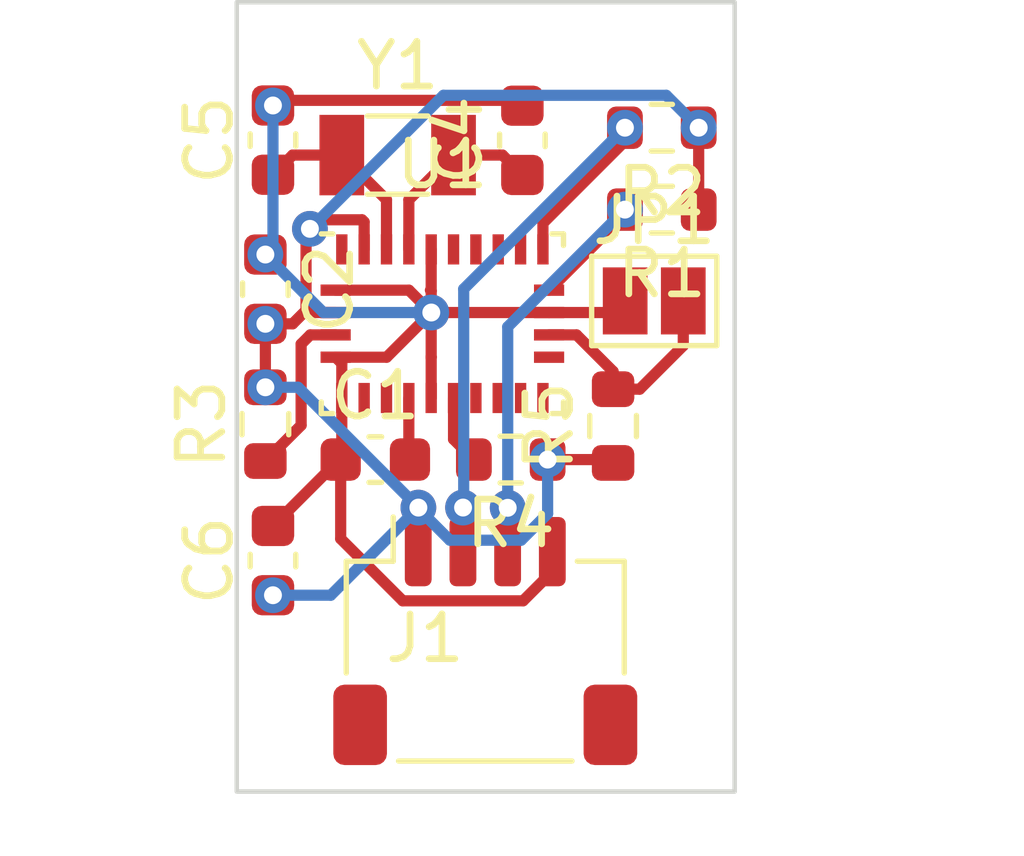
<source format=kicad_pcb>
(kicad_pcb (version 20221018) (generator pcbnew)
  (layers (0 "F.Cu" signal) (31 "B.Cu" signal) (34 "B.Paste" user) (35 "F.Paste" user) (36 "B.SilkS" user "B.Silkscreen") (37 "F.SilkS" user "F.Silkscreen") (38 "B.Mask" user) (39 "F.Mask" user) (44 "Edge.Cuts" user))
  (net 0 "")
  (net 12 "GND")
  (net 13 "Net-(U1-CAP)")
  (net 14 "+3V3")
  (net 15 "INT")
  (net 16 "SDO")
  (net 17 "SCL")
  (net 18 "SDA")
  (net 19 "Net-(U1-BOOTN)")
  (net 20 "Net-(U1-NRST)")
  (net 21 "Net-(U1-CLKSEL1{slash}XOUT32)")
  (net 22 "Net-(U1-XIN32)")
  (footprint "Capacitor_SMD:C_0603_1608Metric" (layer "F.Cu") (at 97.32 106.4325)
    (fp_text reference "C1" (at 0 -1.43) (layer "F.SilkS"))
    (fp_text value "100n")
    (fp_line (start -0.14058 -0.51) (end 0.14058 -0.51) (stroke (width 0.12)) (layer "F.SilkS"))
    (fp_line (start -0.14058 0.51) (end 0.14058 0.51) (stroke (width 0.12)) (layer "F.SilkS"))
    (pad "1" smd roundrect (at -0.775 0) (size 0.9 0.95) (layers "F.Cu" "F.Paste" "F.Mask") (net 12 "GND"))
    (pad "2" smd roundrect (at 0.775 0) (size 0.9 0.95) (layers "F.Cu" "F.Paste" "F.Mask") (net 13 "Net-(U1-CAP)"))
  )
  (footprint "Crystal:Crystal_SMD_3215-2Pin_3.2x1.5mm" (layer "F.Cu") (at 97.82 99.62)
    (fp_text reference "Y1" (at 0 -2) (layer "F.SilkS"))
    (fp_text value "32.768kHz")
    (fp_line (start -0.675 -0.875) (end 0.675 -0.875) (stroke (width 0.12)) (layer "F.SilkS"))
    (fp_line (start -0.675 0.875) (end 0.675 0.875) (stroke (width 0.12)) (layer "F.SilkS"))
    (pad "1" smd rect (at 1.25 0) (size 1 1.8) (layers "F.Cu" "F.Paste" "F.Mask") (net 21 "Net-(U1-CLKSEL1{slash}XOUT32)"))
    (pad "2" smd rect (at -1.25 0) (size 1 1.8) (layers "F.Cu" "F.Paste" "F.Mask") (net 22 "Net-(U1-XIN32)"))
  )
  (footprint "Resistor_SMD:R_0603_1608Metric" (layer "F.Cu") (at 102.64 105.6825 90)
    (fp_text reference "R5" (at 0 -1.43 90) (layer "F.SilkS"))
    (fp_text value "10k")
    (fp_line (start -0.237258 -0.5225) (end 0.237258 -0.5225) (stroke (width 0.12)) (layer "F.SilkS"))
    (fp_line (start -0.237258 0.5225) (end 0.237258 0.5225) (stroke (width 0.12)) (layer "F.SilkS"))
    (pad "1" smd roundrect (at -0.825 0 90) (size 0.8 0.95) (layers "F.Cu" "F.Paste" "F.Mask") (net 14 "+3V3"))
    (pad "2" smd roundrect (at 0.825 0 90) (size 0.8 0.95) (layers "F.Cu" "F.Paste" "F.Mask") (net 16 "SDO"))
  )
  (footprint "Jumper:SolderJumper-2_P1.3mm_Open_Pad1.0x1.5mm" (layer "F.Cu") (at 103.56 102.8825)
    (fp_text reference "JP1" (at 0 -1.8) (layer "F.SilkS"))
    (fp_text value "SolderJumper_2_Open")
    (fp_line (start -1.4 -1) (end 1.4 -1) (stroke (width 0.12)) (layer "F.SilkS"))
    (fp_line (start -1.4 1) (end -1.4 -1) (stroke (width 0.12)) (layer "F.SilkS"))
    (fp_line (start 1.4 -1) (end 1.4 1) (stroke (width 0.12)) (layer "F.SilkS"))
    (fp_line (start 1.4 1) (end -1.4 1) (stroke (width 0.12)) (layer "F.SilkS"))
    (pad "1" smd rect (at -0.65 0) (size 1 1.5) (layers "F.Cu" "F.Mask") (net 12 "GND"))
    (pad "2" smd rect (at 0.65 0) (size 1 1.5) (layers "F.Cu" "F.Mask") (net 16 "SDO"))
  )
  (footprint "Connector_JST:JST_SH_SM04B-SRSS-TB_1x04-1MP_P1.00mm_Horizontal" (layer "F.Cu") (at 99.78 110.4925)
    (fp_text reference "J1" (at -1.35 -0.06) (layer "F.SilkS"))
    (fp_text value "Conn_01x04_Pin")
    (fp_line (start -3.11 -1.785) (end -2.06 -1.785) (stroke (width 0.12)) (layer "F.SilkS"))
    (fp_line (start -3.11 0.715) (end -3.11 -1.785) (stroke (width 0.12)) (layer "F.SilkS"))
    (fp_line (start -2.06 -1.785) (end -2.06 -2.775) (stroke (width 0.12)) (layer "F.SilkS"))
    (fp_line (start -1.94 2.685) (end 1.94 2.685) (stroke (width 0.12)) (layer "F.SilkS"))
    (fp_line (start 3.11 -1.785) (end 2.06 -1.785) (stroke (width 0.12)) (layer "F.SilkS"))
    (fp_line (start 3.11 0.715) (end 3.11 -1.785) (stroke (width 0.12)) (layer "F.SilkS"))
    (pad "1" smd roundrect (at -1.5 -2) (size 0.6 1.55) (layers "F.Cu" "F.Paste" "F.Mask") (net 14 "+3V3"))
    (pad "2" smd roundrect (at -0.5 -2) (size 0.6 1.55) (layers "F.Cu" "F.Paste" "F.Mask") (net 18 "SDA"))
    (pad "3" smd roundrect (at 0.5 -2) (size 0.6 1.55) (layers "F.Cu" "F.Paste" "F.Mask") (net 17 "SCL"))
    (pad "4" smd roundrect (at 1.5 -2) (size 0.6 1.55) (layers "F.Cu" "F.Paste" "F.Mask") (net 12 "GND"))
    (pad "MP" smd roundrect (at -2.8 1.875) (size 1.2 1.8) (layers "F.Cu" "F.Paste" "F.Mask") (roundrect_rratio 0.208333))
    (pad "MP" smd roundrect (at 2.8 1.875) (size 1.2 1.8) (layers "F.Cu" "F.Paste" "F.Mask") (roundrect_rratio 0.208333))
  )
  (footprint "Resistor_SMD:R_0603_1608Metric" (layer "F.Cu") (at 94.86 105.64 90)
    (fp_text reference "R3" (at 0 -1.43 90) (layer "F.SilkS"))
    (fp_text value "10k")
    (fp_line (start -0.237258 -0.5225) (end 0.237258 -0.5225) (stroke (width 0.12)) (layer "F.SilkS"))
    (fp_line (start -0.237258 0.5225) (end 0.237258 0.5225) (stroke (width 0.12)) (layer "F.SilkS"))
    (pad "1" smd roundrect (at -0.825 0 90) (size 0.8 0.95) (layers "F.Cu" "F.Paste" "F.Mask") (net 19 "Net-(U1-BOOTN)"))
    (pad "2" smd roundrect (at 0.825 0 90) (size 0.8 0.95) (layers "F.Cu" "F.Paste" "F.Mask") (net 14 "+3V3"))
  )
  (footprint "Capacitor_SMD:C_0603_1608Metric" (layer "F.Cu") (at 94.86 102.62 -90)
    (fp_text reference "C2" (at 0 -1.43 90) (layer "F.SilkS"))
    (fp_text value "100n")
    (fp_line (start -0.14058 -0.51) (end 0.14058 -0.51) (stroke (width 0.12)) (layer "F.SilkS"))
    (fp_line (start -0.14058 0.51) (end 0.14058 0.51) (stroke (width 0.12)) (layer "F.SilkS"))
    (pad "1" smd roundrect (at -0.775 0 270) (size 0.9 0.95) (layers "F.Cu" "F.Paste" "F.Mask") (net 12 "GND"))
    (pad "2" smd roundrect (at 0.775 0 270) (size 0.9 0.95) (layers "F.Cu" "F.Paste" "F.Mask") (net 14 "+3V3"))
  )
  (footprint "Capacitor_SMD:C_0603_1608Metric" (layer "F.Cu") (at 100.61 99.29 90)
    (fp_text reference "C4" (at 0 -1.43 90) (layer "F.SilkS"))
    (fp_text value "22p")
    (fp_line (start -0.14058 -0.51) (end 0.14058 -0.51) (stroke (width 0.12)) (layer "F.SilkS"))
    (fp_line (start -0.14058 0.51) (end 0.14058 0.51) (stroke (width 0.12)) (layer "F.SilkS"))
    (pad "1" smd roundrect (at -0.775 0 90) (size 0.9 0.95) (layers "F.Cu" "F.Paste" "F.Mask") (net 21 "Net-(U1-CLKSEL1{slash}XOUT32)"))
    (pad "2" smd roundrect (at 0.775 0 90) (size 0.9 0.95) (layers "F.Cu" "F.Paste" "F.Mask") (net 12 "GND"))
  )
  (footprint "Capacitor_SMD:C_0603_1608Metric" (layer "F.Cu") (at 95.03 99.285 90)
    (fp_text reference "C5" (at 0 -1.43 90) (layer "F.SilkS"))
    (fp_text value "22p")
    (fp_line (start -0.14058 -0.51) (end 0.14058 -0.51) (stroke (width 0.12)) (layer "F.SilkS"))
    (fp_line (start -0.14058 0.51) (end 0.14058 0.51) (stroke (width 0.12)) (layer "F.SilkS"))
    (pad "1" smd roundrect (at -0.775 0 90) (size 0.9 0.95) (layers "F.Cu" "F.Paste" "F.Mask") (net 22 "Net-(U1-XIN32)"))
    (pad "2" smd roundrect (at 0.775 0 90) (size 0.9 0.95) (layers "F.Cu" "F.Paste" "F.Mask") (net 12 "GND"))
  )
  (footprint "Capacitor_SMD:C_0603_1608Metric" (layer "F.Cu") (at 95.03 108.6925 90)
    (fp_text reference "C6" (at 0 -1.43 90) (layer "F.SilkS"))
    (fp_text value "100n")
    (fp_line (start -0.14058 -0.51) (end 0.14058 -0.51) (stroke (width 0.12)) (layer "F.SilkS"))
    (fp_line (start -0.14058 0.51) (end 0.14058 0.51) (stroke (width 0.12)) (layer "F.SilkS"))
    (pad "1" smd roundrect (at -0.775 0 90) (size 0.9 0.95) (layers "F.Cu" "F.Paste" "F.Mask") (net 14 "+3V3"))
    (pad "2" smd roundrect (at 0.775 0 90) (size 0.9 0.95) (layers "F.Cu" "F.Paste" "F.Mask") (net 12 "GND"))
  )
  (footprint "Resistor_SMD:R_0603_1608Metric" (layer "F.Cu") (at 100.35 106.4325 180)
    (fp_text reference "R4" (at 0 -1.43) (layer "F.SilkS"))
    (fp_text value "10k")
    (fp_line (start -0.237258 -0.5225) (end 0.237258 -0.5225) (stroke (width 0.12)) (layer "F.SilkS"))
    (fp_line (start -0.237258 0.5225) (end 0.237258 0.5225) (stroke (width 0.12)) (layer "F.SilkS"))
    (pad "1" smd roundrect (at -0.825 0 180) (size 0.8 0.95) (layers "F.Cu" "F.Paste" "F.Mask") (net 14 "+3V3"))
    (pad "2" smd roundrect (at 0.825 0 180) (size 0.8 0.95) (layers "F.Cu" "F.Paste" "F.Mask") (net 20 "Net-(U1-NRST)"))
  )
  (footprint "Resistor_SMD:R_0603_1608Metric" (layer "F.Cu") (at 103.73 99.0075 180)
    (fp_text reference "R2" (at 0 -1.43) (layer "F.SilkS"))
    (fp_text value "2k2")
    (fp_line (start -0.237258 -0.5225) (end 0.237258 -0.5225) (stroke (width 0.12)) (layer "F.SilkS"))
    (fp_line (start -0.237258 0.5225) (end 0.237258 0.5225) (stroke (width 0.12)) (layer "F.SilkS"))
    (pad "1" smd roundrect (at -0.825 0 180) (size 0.8 0.95) (layers "F.Cu" "F.Paste" "F.Mask") (net 14 "+3V3"))
    (pad "2" smd roundrect (at 0.825 0 180) (size 0.8 0.95) (layers "F.Cu" "F.Paste" "F.Mask") (net 18 "SDA"))
  )
  (footprint "Resistor_SMD:R_0603_1608Metric" (layer "F.Cu") (at 103.73 100.84 180)
    (fp_text reference "R1" (at 0 -1.43) (layer "F.SilkS"))
    (fp_text value "2k2")
    (fp_line (start -0.237258 -0.5225) (end 0.237258 -0.5225) (stroke (width 0.12)) (layer "F.SilkS"))
    (fp_line (start -0.237258 0.5225) (end 0.237258 0.5225) (stroke (width 0.12)) (layer "F.SilkS"))
    (pad "1" smd roundrect (at -0.825 0 180) (size 0.8 0.95) (layers "F.Cu" "F.Paste" "F.Mask") (net 14 "+3V3"))
    (pad "2" smd roundrect (at 0.825 0 180) (size 0.8 0.95) (layers "F.Cu" "F.Paste" "F.Mask") (net 17 "SCL"))
  )
  (footprint "Package_LGA:LGA-28_5.2x3.8mm_P0.5mm" (layer "F.Cu") (at 98.82 103.3925)
    (fp_text reference "U1" (at 0 -3.5625) (layer "F.SilkS"))
    (fp_text value "~")
    (fp_line (start -2.71 -2.01) (end -2.45 -2.01) (stroke (width 0.12)) (layer "F.SilkS"))
    (fp_line (start -2.71 2.01) (end -2.71 1.75) (stroke (width 0.12)) (layer "F.SilkS"))
    (fp_line (start -2.71 2.01) (end -2.45 2.01) (stroke (width 0.12)) (layer "F.SilkS"))
    (fp_line (start 2.71 -2.01) (end 2.45 -2.01) (stroke (width 0.12)) (layer "F.SilkS"))
    (fp_line (start 2.71 -2.01) (end 2.71 -1.75) (stroke (width 0.12)) (layer "F.SilkS"))
    (fp_line (start 2.71 2.01) (end 2.45 2.01) (stroke (width 0.12)) (layer "F.SilkS"))
    (fp_line (start 2.71 2.01) (end 2.71 1.75) (stroke (width 0.12)) (layer "F.SilkS"))
    (pad "1" smd rect (at -2.25 -1.6625) (size 0.254 0.675) (layers "F.Cu" "F.Paste" "F.Mask"))
    (pad "2" smd rect (at -2.3875 -0.75 90) (size 0.254 0.675) (layers "F.Cu" "F.Paste" "F.Mask") (net 12 "GND"))
    (pad "3" smd rect (at -2.3875 -0.25 90) (size 0.254 0.675) (layers "F.Cu" "F.Paste" "F.Mask") (net 14 "+3V3"))
    (pad "4" smd rect (at -2.3875 0.25 90) (size 0.254 0.675) (layers "F.Cu" "F.Paste" "F.Mask") (net 19 "Net-(U1-BOOTN)"))
    (pad "5" smd rect (at -2.3875 0.75 90) (size 0.254 0.675) (layers "F.Cu" "F.Paste" "F.Mask") (net 12 "GND"))
    (pad "6" smd rect (at -2.25 1.6625) (size 0.254 0.675) (layers "F.Cu" "F.Paste" "F.Mask") (net 12 "GND"))
    (pad "7" smd rect (at -1.75 1.6625) (size 0.254 0.675) (layers "F.Cu" "F.Paste" "F.Mask"))
    (pad "8" smd rect (at -1.25 1.6625) (size 0.254 0.675) (layers "F.Cu" "F.Paste" "F.Mask"))
    (pad "9" smd rect (at -0.75 1.6625) (size 0.254 0.675) (layers "F.Cu" "F.Paste" "F.Mask") (net 13 "Net-(U1-CAP)"))
    (pad "10" smd rect (at -0.25 1.6625) (size 0.254 0.675) (layers "F.Cu" "F.Paste" "F.Mask") (net 12 "GND"))
    (pad "11" smd rect (at 0.25 1.6625) (size 0.254 0.675) (layers "F.Cu" "F.Paste" "F.Mask") (net 20 "Net-(U1-NRST)"))
    (pad "12" smd rect (at 0.75 1.6625) (size 0.254 0.675) (layers "F.Cu" "F.Paste" "F.Mask"))
    (pad "13" smd rect (at 1.25 1.6625) (size 0.254 0.675) (layers "F.Cu" "F.Paste" "F.Mask"))
    (pad "14" smd rect (at 1.75 1.6625) (size 0.254 0.675) (layers "F.Cu" "F.Paste" "F.Mask") (net 15 "INT"))
    (pad "15" smd rect (at 2.25 1.6625) (size 0.254 0.675) (layers "F.Cu" "F.Paste" "F.Mask"))
    (pad "16" smd rect (at 2.3875 0.75 90) (size 0.254 0.675) (layers "F.Cu" "F.Paste" "F.Mask"))
    (pad "17" smd rect (at 2.3875 0.25 90) (size 0.254 0.675) (layers "F.Cu" "F.Paste" "F.Mask") (net 16 "SDO"))
    (pad "18" smd rect (at 2.3875 -0.25 90) (size 0.254 0.675) (layers "F.Cu" "F.Paste" "F.Mask") (net 12 "GND"))
    (pad "19" smd rect (at 2.3875 -0.75 90) (size 0.254 0.675) (layers "F.Cu" "F.Paste" "F.Mask") (net 17 "SCL"))
    (pad "20" smd rect (at 2.25 -1.6625) (size 0.254 0.675) (layers "F.Cu" "F.Paste" "F.Mask") (net 18 "SDA"))
    (pad "21" smd rect (at 1.75 -1.6625) (size 0.254 0.675) (layers "F.Cu" "F.Paste" "F.Mask"))
    (pad "22" smd rect (at 1.25 -1.6625) (size 0.254 0.675) (layers "F.Cu" "F.Paste" "F.Mask"))
    (pad "23" smd rect (at 0.75 -1.6625) (size 0.254 0.675) (layers "F.Cu" "F.Paste" "F.Mask"))
    (pad "24" smd rect (at 0.25 -1.6625) (size 0.254 0.675) (layers "F.Cu" "F.Paste" "F.Mask"))
    (pad "25" smd rect (at -0.25 -1.6625) (size 0.254 0.675) (layers "F.Cu" "F.Paste" "F.Mask") (net 12 "GND"))
    (pad "26" smd rect (at -0.75 -1.6625) (size 0.254 0.675) (layers "F.Cu" "F.Paste" "F.Mask") (net 21 "Net-(U1-CLKSEL1{slash}XOUT32)"))
    (pad "27" smd rect (at -1.25 -1.6625) (size 0.254 0.675) (layers "F.Cu" "F.Paste" "F.Mask") (net 22 "Net-(U1-XIN32)"))
    (pad "28" smd rect (at -1.75 -1.6625) (size 0.254 0.675) (layers "F.Cu" "F.Paste" "F.Mask") (net 14 "+3V3"))
  )
  (gr_rect (start 94.22 96.2) (end 105.36 113.86) (stroke (width 0.1)) (fill none) (layer "Edge.Cuts"))
  (segment (start 101.28 108.939251) (end 100.626751 109.5925) (width 0.25) (layer "F.Cu") (net 12))
  (segment (start 96.4325 102.6425) (end 98.0725 102.6425) (width 0.25) (layer "F.Cu") (net 12))
  (segment (start 101.28 108.4925) (end 101.28 108.939251) (width 0.25) (layer "F.Cu") (net 12))
  (segment (start 96.57 105.055) (end 96.57 104.28) (width 0.25) (layer "F.Cu") (net 12))
  (segment (start 98.5675 104.1425) (end 98.57 104.14) (width 0.25) (layer "F.Cu") (net 12))
  (segment (start 96.545 106.4325) (end 96.515 106.4325) (width 0.25) (layer "F.Cu") (net 12))
  (segment (start 97.933249 109.5925) (end 96.545 108.204251) (width 0.25) (layer "F.Cu") (net 12))
  (segment (start 96.515 106.4325) (end 95.03 107.9175) (width 0.25) (layer "F.Cu") (net 12))
  (segment (start 98.57 101.73) (end 98.57 102.66) (width 0.25) (layer "F.Cu") (net 12))
  (segment (start 102.65 103.1425) (end 101.2075 103.1425) (width 0.25) (layer "F.Cu") (net 12))
  (segment (start 96.57 105.055) (end 96.57 106.4075) (width 0.25) (layer "F.Cu") (net 12))
  (segment (start 96.545 108.204251) (end 96.545 106.4325) (width 0.25) (layer "F.Cu") (net 12))
  (segment (start 96.57 104.28) (end 96.4325 104.1425) (width 0.25) (layer "F.Cu") (net 12))
  (segment (start 98.5525 102.6425) (end 98.57 102.66) (width 0.25) (layer "F.Cu") (net 12))
  (segment (start 98.57 103.14) (end 98.57 104.14) (width 0.25) (layer "F.Cu") (net 12))
  (segment (start 96.57 106.4075) (end 96.545 106.4325) (width 0.25) (layer "F.Cu") (net 12))
  (segment (start 97.5725 104.1425) (end 96.4325 104.1425) (width 0.25) (layer "F.Cu") (net 12))
  (segment (start 102.91 102.8825) (end 102.65 103.1425) (width 0.25) (layer "F.Cu") (net 12))
  (segment (start 98.0725 102.6425) (end 98.5725 103.1425) (width 0.25) (layer "F.Cu") (net 12))
  (segment (start 95.145 98.395) (end 95.03 98.51) (width 0.25) (layer "F.Cu") (net 12))
  (segment (start 98.5725 103.1425) (end 98.57 103.14) (width 0.25) (layer "F.Cu") (net 12))
  (segment (start 98.5725 103.1425) (end 97.5725 104.1425) (width 0.25) (layer "F.Cu") (net 12))
  (segment (start 100.49 98.395) (end 95.145 98.395) (width 0.25) (layer "F.Cu") (net 12))
  (segment (start 98.57 104.14) (end 98.57 105.055) (width 0.25) (layer "F.Cu") (net 12))
  (segment (start 101.2075 103.1425) (end 98.5725 103.1425) (width 0.25) (layer "F.Cu") (net 12))
  (segment (start 98.57 102.66) (end 98.57 103.14) (width 0.25) (layer "F.Cu") (net 12))
  (segment (start 100.626751 109.5925) (end 97.933249 109.5925) (width 0.25) (layer "F.Cu") (net 12))
  (segment (start 100.61 98.515) (end 100.49 98.395) (width 0.25) (layer "F.Cu") (net 12))
  (via (at 94.86 101.845) (size 0.8) (drill 0.4) (layers "F.Cu" "B.Cu") (net 12))
  (via (at 98.5725 103.1425) (size 0.8) (drill 0.4) (layers "F.Cu" "B.Cu") (net 12))
  (via (at 95.03 98.51) (size 0.8) (drill 0.4) (layers "F.Cu" "B.Cu") (net 12))
  (segment (start 95.03 98.51) (end 95.03 101.675) (width 0.25) (layer "B.Cu") (net 12))
  (segment (start 95.03 101.675) (end 94.86 101.845) (width 0.25) (layer "B.Cu") (net 12))
  (segment (start 95.04 98.52) (end 95.03 98.51) (width 0.25) (layer "B.Cu") (net 12))
  (segment (start 94.86 101.845) (end 96.1575 103.1425) (width 0.25) (layer "B.Cu") (net 12))
  (segment (start 96.1575 103.1425) (end 98.5725 103.1425) (width 0.25) (layer "B.Cu") (net 12))
  (segment (start 98.07 105.055) (end 98.07 106.4075) (width 0.25) (layer "F.Cu") (net 13))
  (segment (start 98.07 106.4075) (end 98.095 106.4325) (width 0.25) (layer "F.Cu") (net 13))
  (segment (start 97.07 101.73) (end 97.07 101.1155) (width 0.25) (layer "F.Cu") (net 14))
  (segment (start 96.118 101.0675) (end 95.77 101.4155) (width 0.25) (layer "F.Cu") (net 14))
  (segment (start 98.28 108.4925) (end 98.28 107.510352) (width 0.25) (layer "F.Cu") (net 14))
  (segment (start 101.175 106.4325) (end 102.565 106.4325) (width 0.25) (layer "F.Cu") (net 14))
  (segment (start 95.77 101.4155) (end 95.77 103.0945) (width 0.25) (layer "F.Cu") (net 14))
  (segment (start 104.555 99.0075) (end 104.555 100.5275) (width 0.25) (layer "F.Cu") (net 14))
  (segment (start 94.86 104.815) (end 94.86 103.395) (width 0.25) (layer "F.Cu") (net 14))
  (segment (start 104.555 98.803642) (end 104.555 99.0075) (width 0.25) (layer "F.Cu") (net 14))
  (segment (start 95.77 103.0945) (end 95.818 103.1425) (width 0.25) (layer "F.Cu") (net 14))
  (segment (start 94.86 103.395) (end 95.4695 103.395) (width 0.25) (layer "F.Cu") (net 14))
  (segment (start 98.28 107.510352) (end 98.283352 107.507) (width 0.25) (layer "F.Cu") (net 14))
  (segment (start 102.565 106.4325) (end 102.64 106.5075) (width 0.25) (layer "F.Cu") (net 14))
  (segment (start 97.07 101.1155) (end 97.022 101.0675) (width 0.25) (layer "F.Cu") (net 14))
  (segment (start 97.022 101.0675) (end 96.118 101.0675) (width 0.25) (layer "F.Cu") (net 14))
  (segment (start 95.4695 103.395) (end 95.77 103.0945) (width 0.25) (layer "F.Cu") (net 14))
  (segment (start 95.818 103.1425) (end 96.4325 103.1425) (width 0.25) (layer "F.Cu") (net 14))
  (via (at 94.86 104.815) (size 0.8) (drill 0.4) (layers "F.Cu" "B.Cu") (net 14))
  (via (at 95.856556 101.270065) (size 0.8) (drill 0.4) (layers "F.Cu" "B.Cu") (net 14))
  (via (at 98.283352 107.507) (size 0.8) (drill 0.4) (layers "F.Cu" "B.Cu") (net 14))
  (via (at 104.555 99.0075) (size 0.8) (drill 0.4) (layers "F.Cu" "B.Cu") (net 14))
  (via (at 101.175 106.4325) (size 0.8) (drill 0.4) (layers "F.Cu" "B.Cu") (net 14))
  (via (at 94.86 103.395) (size 0.8) (drill 0.4) (layers "F.Cu" "B.Cu") (net 14))
  (via (at 95.03 109.4675) (size 0.8) (drill 0.4) (layers "F.Cu" "B.Cu") (net 14))
  (segment (start 95.591352 104.815) (end 94.86 104.815) (width 0.25) (layer "B.Cu") (net 14))
  (segment (start 101.175 107.644003) (end 101.175 106.4325) (width 0.25) (layer "B.Cu") (net 14))
  (segment (start 98.844121 98.2825) (end 103.83 98.2825) (width 0.25) (layer "B.Cu") (net 14))
  (segment (start 103.83 98.2825) (end 104.555 99.0075) (width 0.25) (layer "B.Cu") (net 14))
  (segment (start 98.283352 107.531723) (end 98.988018 108.236389) (width 0.25) (layer "B.Cu") (net 14))
  (segment (start 95.856556 101.270065) (end 98.844121 98.2825) (width 0.25) (layer "B.Cu") (net 14))
  (segment (start 100.582614 108.236389) (end 101.175 107.644003) (width 0.25) (layer "B.Cu") (net 14))
  (segment (start 96.322852 109.4675) (end 95.03 109.4675) (width 0.25) (layer "B.Cu") (net 14))
  (segment (start 98.988018 108.236389) (end 100.582614 108.236389) (width 0.25) (layer "B.Cu") (net 14))
  (segment (start 98.283352 107.507) (end 95.591352 104.815) (width 0.25) (layer "B.Cu") (net 14))
  (segment (start 98.283352 107.507) (end 98.283352 107.531723) (width 0.25) (layer "B.Cu") (net 14))
  (segment (start 98.283352 107.507) (end 96.322852 109.4675) (width 0.25) (layer "B.Cu") (net 14))
  (segment (start 104.21 103.8825) (end 103.235 104.8575) (width 0.25) (layer "F.Cu") (net 16))
  (segment (start 101.822 103.6425) (end 101.2075 103.6425) (width 0.25) (layer "F.Cu") (net 16))
  (segment (start 102.64 104.8575) (end 102.64 104.4605) (width 0.25) (layer "F.Cu") (net 16))
  (segment (start 102.64 104.4605) (end 101.822 103.6425) (width 0.25) (layer "F.Cu") (net 16))
  (segment (start 104.21 102.8825) (end 104.21 103.8825) (width 0.25) (layer "F.Cu") (net 16))
  (segment (start 103.235 104.8575) (end 102.64 104.8575) (width 0.25) (layer "F.Cu") (net 16))
  (segment (start 100.28 108.4925) (end 100.28 107.513698) (width 0.25) (layer "F.Cu") (net 17))
  (segment (start 100.28 107.513698) (end 100.282309 107.511389) (width 0.25) (layer "F.Cu") (net 17))
  (segment (start 101.2075 102.6425) (end 102.905 100.945) (width 0.25) (layer "F.Cu") (net 17))
  (segment (start 102.905 100.6325) (end 102.905 100.5275) (width 0.25) (layer "F.Cu") (net 17))
  (via (at 100.282309 107.511389) (size 0.8) (drill 0.4) (layers "F.Cu" "B.Cu") (net 17))
  (via (at 102.905 100.84) (size 0.8) (drill 0.4) (layers "F.Cu" "B.Cu") (net 17))
  (segment (start 100.282309 107.511389) (end 100.282309 103.462691) (width 0.25) (layer "B.Cu") (net 17))
  (segment (start 100.282309 103.462691) (end 102.905 100.84) (width 0.25) (layer "B.Cu") (net 17))
  (segment (start 101.07 101.73) (end 101.07 101.1425) (width 0.25) (layer "F.Cu") (net 18))
  (segment (start 102.905 99.310038) (end 102.905 99.0075) (width 0.25) (layer "F.Cu") (net 18))
  (segment (start 102.905 99.3075) (end 102.905 99.0075) (width 0.25) (layer "F.Cu") (net 18))
  (segment (start 99.28 107.508708) (end 99.282821 107.505887) (width 0.25) (layer "F.Cu") (net 18))
  (segment (start 101.07 101.1425) (end 102.905 99.3075) (width 0.25) (layer "F.Cu") (net 18))
  (segment (start 99.28 108.4925) (end 99.28 107.508708) (width 0.25) (layer "F.Cu") (net 18))
  (via (at 99.282821 107.505887) (size 0.8) (drill 0.4) (layers "F.Cu" "B.Cu") (net 18))
  (via (at 102.905 99.0075) (size 0.8) (drill 0.4) (layers "F.Cu" "B.Cu") (net 18))
  (segment (start 99.2975 102.615) (end 102.905 99.0075) (width 0.25) (layer "B.Cu") (net 18))
  (segment (start 99.282821 107.505887) (end 99.2975 107.491208) (width 0.25) (layer "B.Cu") (net 18))
  (segment (start 99.2975 107.491208) (end 99.2975 102.615) (width 0.25) (layer "B.Cu") (net 18))
  (segment (start 96.4325 103.6425) (end 95.865317 103.6425) (width 0.25) (layer "F.Cu") (net 19))
  (segment (start 95.66 103.847817) (end 95.66 105.665) (width 0.25) (layer "F.Cu") (net 19))
  (segment (start 95.865317 103.6425) (end 95.66 103.847817) (width 0.25) (layer "F.Cu") (net 19))
  (segment (start 95.66 105.665) (end 94.86 106.465) (width 0.25) (layer "F.Cu") (net 19))
  (segment (start 99.07 105.9775) (end 99.07 105.055) (width 0.25) (layer "F.Cu") (net 20))
  (segment (start 99.525 106.4325) (end 99.07 105.9775) (width 0.25) (layer "F.Cu") (net 20))
  (segment (start 99.07 99.62) (end 100.165 99.62) (width 0.25) (layer "F.Cu") (net 21))
  (segment (start 100.165 99.62) (end 100.61 100.065) (width 0.25) (layer "F.Cu") (net 21))
  (segment (start 98.07 100.62) (end 98.07 101.73) (width 0.25) (layer "F.Cu") (net 21))
  (segment (start 98.07 100.62) (end 99.07 99.62) (width 0.25) (layer "F.Cu") (net 21))
  (segment (start 96.57 99.62) (end 97.57 100.62) (width 0.25) (layer "F.Cu") (net 22))
  (segment (start 95.47 99.62) (end 95.03 100.06) (width 0.25) (layer "F.Cu") (net 22))
  (segment (start 96.57 99.62) (end 95.47 99.62) (width 0.25) (layer "F.Cu") (net 22))
  (segment (start 97.57 100.62) (end 97.57 101.73) (width 0.25) (layer "F.Cu") (net 22))
)
</source>
